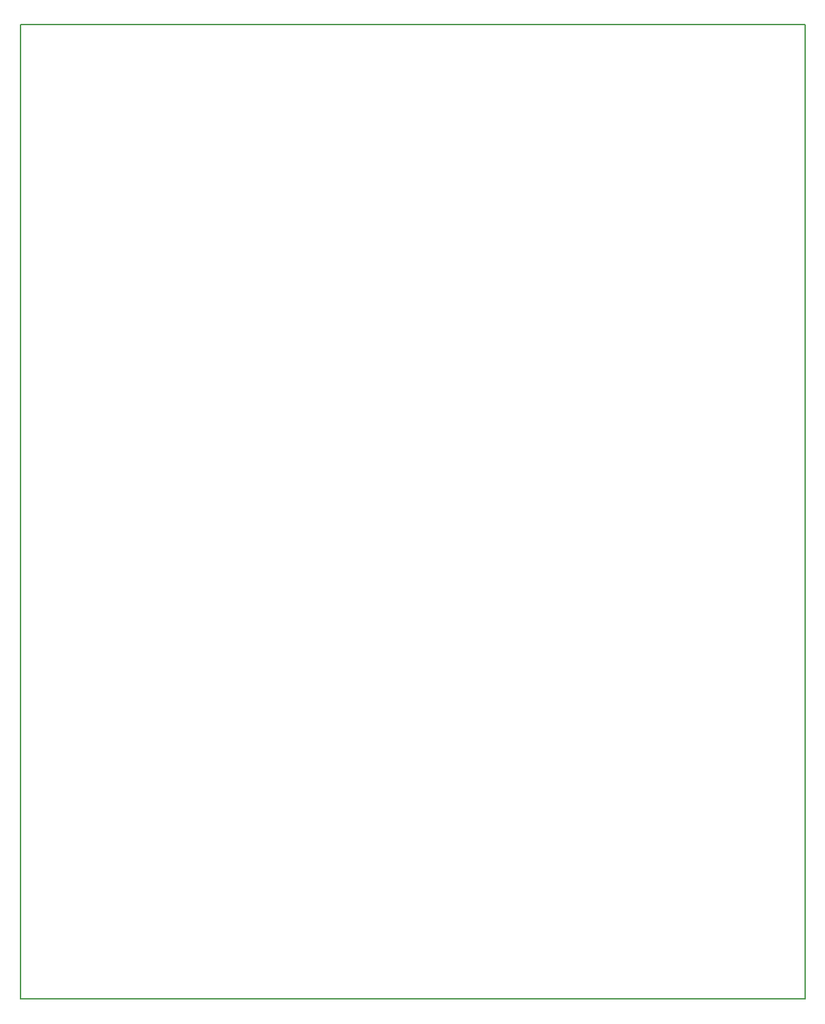
<source format=gbr>
G04 #@! TF.GenerationSoftware,KiCad,Pcbnew,(5.1.5)-3*
G04 #@! TF.CreationDate,2020-07-08T08:09:40+02:00*
G04 #@! TF.ProjectId,SBIO3,5342494f-332e-46b6-9963-61645f706362,rev?*
G04 #@! TF.SameCoordinates,Original*
G04 #@! TF.FileFunction,Other,User*
%FSLAX46Y46*%
G04 Gerber Fmt 4.6, Leading zero omitted, Abs format (unit mm)*
G04 Created by KiCad (PCBNEW (5.1.5)-3) date 2020-07-08 08:09:40*
%MOMM*%
%LPD*%
G04 APERTURE LIST*
%ADD10C,0.150000*%
G04 APERTURE END LIST*
D10*
X73025000Y-132015000D02*
X73025000Y-131445000D01*
X173355000Y-131445000D02*
X173355000Y-128905000D01*
X173355000Y-131953000D02*
X173355000Y-131445000D01*
X73025000Y-128905000D02*
X73025000Y-131445000D01*
X73025000Y-55880000D02*
X73025000Y-128905000D01*
X73025000Y-50165000D02*
X73025000Y-55880000D01*
X73025000Y-47625000D02*
X73025000Y-50165000D01*
X75565000Y-47625000D02*
X73025000Y-47625000D01*
X144145000Y-47625000D02*
X75565000Y-47625000D01*
X170815000Y-47625000D02*
X144145000Y-47625000D01*
X173355000Y-47625000D02*
X170815000Y-47625000D01*
X173355000Y-50165000D02*
X173355000Y-47625000D01*
X173355000Y-128905000D02*
X173355000Y-50165000D01*
X173355000Y-131953000D02*
X173355000Y-172085000D01*
X73025000Y-172020000D02*
X173355000Y-172085000D01*
X73025000Y-132015000D02*
X73025000Y-172020000D01*
M02*

</source>
